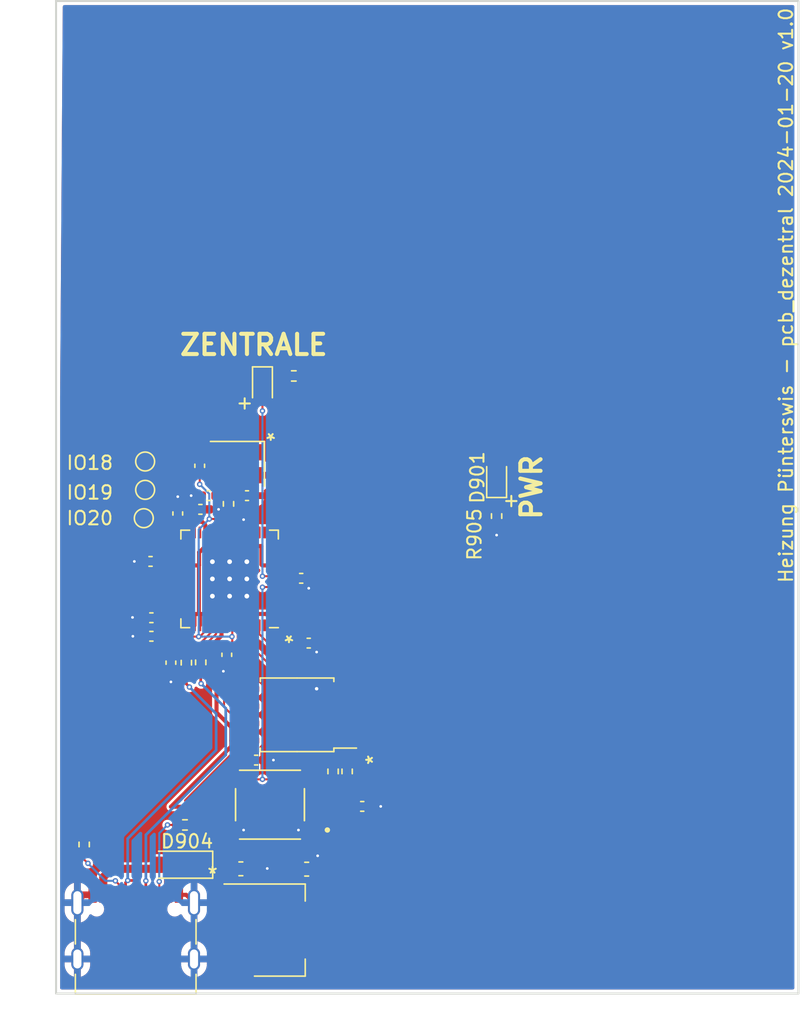
<source format=kicad_pcb>
(kicad_pcb (version 20240108) (generator "pcbnew") (generator_version "8.0")
  (title_block (title "Heizung Pünterswis - pcb_dezentral") (date "2024-01-20") (rev "1.0") (company "www.positron.ch") (comment 1 "Released under MIT Open-source License"))
  (layers (0 "F.Cu" signal) (31 "B.Cu" signal) (34 "B.Paste" user) (35 "F.Paste" user) (36 "B.SilkS" user "B.Silkscreen") (37 "F.SilkS" user "F.Silkscreen") (38 "B.Mask" user) (39 "F.Mask" user) (44 "Edge.Cuts" user))
  (net 0 "")
  (net 1 "+5V")
  (net 2 "+1V1")
  (net 3 "/cpu/XIN")
  (net 4 "/cpu/USB_D+")
  (net 5 "/cpu/USB_D-")
  (net 6 "GND")
  (net 7 "/cpu/QSPI_SS")
  (net 8 "/cpu/XOUT")
  (net 9 "/cpu/QSPI_SD3")
  (net 10 "/cpu/QSPI_SCLK")
  (net 11 "/cpu/QSPI_SD0")
  (net 12 "/cpu/QSPI_SD2")
  (net 13 "/cpu/QSPI_SD1")
  (net 14 "+3V3")
  (net 15 "MODBUS_RO")
  (net 16 "MODBUS_DE")
  (net 17 "MODBUS_DI")
  (net 18 "Net-(C910-Pad1)")
  (net 19 "Net-(D901-K)")
  (net 20 "Net-(J901-CC1)")
  (net 22 "Net-(J901-CC2)")
  (net 24 "Net-(U901-USB-DP)")
  (net 25 "Net-(U901-USB-DM)")
  (net 26 "button")
  (net 27 "Net-(D28-K)")
  (net 30 "Net-(D904-A)")
  (net 31 "rel")
  (net 32 "modbus_addr_0")
  (net 33 "modbus_addr_1")
  (net 34 "modbus_addr_2")
  (net 35 "modbus_addr_3")
  (net 36 "modbus_addr_4")
  (net 37 "modbus_addr_5")
  (net 38 "modbus_addr_6")
  (net 39 "modbus_addr_7")
  (net 40 "ds_0")
  (net 41 "ds_1")
  (net 42 "ds_2")
  (net 43 "ds_3")
  (net 44 "ds_4")
  (net 45 "ds_5")
  (net 46 "ds_6")
  (net 47 "ds_7")
  (net 49 "Net-(U901-GPIO18)")
  (net 52 "Net-(U901-GPIO19)")
  (net 54 "Net-(U901-GPIO20)")
  (net 55 "ZENTRALE_LED")
  (footprint "Resistor_SMD:R_0402_1005Metric_Pad0.72x0.64mm_HandSolder" (layer "F.Cu") (at 106.6387 97.1409 90)
    (property "Reference" "R905")
    (property "Value" "470R")
  )
  (footprint "00_project_library:LED_0603_1608Metric" (layer "F.Cu") (at 106.6388 94.2827 90)
    (property "Reference" "D901")
    (property "Value" "LED GREEN")
  )
  (footprint "Capacitor_SMD:C_0603_1608Metric" (layer "F.Cu") (at 87.6904 123.264)
    (property "Reference" "C901" (hide yes))
    (property "Value" "10u")
  )
  (footprint "Capacitor_SMD:C_0402_1005Metric_Pad0.74x0.62mm_HandSolder" (layer "F.Cu") (at 82.5088 107.9986 -90)
    (property "Reference" "C904" (hide yes))
    (property "Value" "100n")
  )
  (footprint "TestPoint:TestPoint_Pad_D1.0mm" (layer "F.Cu") (at 80.5 97.3)
    (property "Reference" "IO20")
    (property "Value" "TestPoint")
  )
  (footprint "Capacitor_SMD:C_0402_1005Metric_Pad0.74x0.62mm_HandSolder" (layer "F.Cu") (at 96.682 118.6412)
    (property "Reference" "C906" (hide yes))
    (property "Value" "1u")
  )
  (footprint "TestPoint:TestPoint_Pad_D1.0mm" (layer "F.Cu") (at 80.6 95.2)
    (property "Reference" "IO19")
    (property "Value" "TestPoint")
  )
  (footprint "Capacitor_SMD:C_0402_1005Metric_Pad0.74x0.62mm_HandSolder" (layer "F.Cu") (at 81.061 106.0428 180)
    (property "Reference" "C914" (hide yes))
    (property "Value" "100n")
  )
  (footprint "Resistor_SMD:R_0402_1005Metric_Pad0.72x0.64mm_HandSolder" (layer "F.Cu") (at 91.6141 86.7642 180)
    (property "Reference" "R20" (hide yes))
    (property "Value" "470R")
  )
  (footprint "Capacitor_SMD:C_0402_1005Metric_Pad0.74x0.62mm_HandSolder" (layer "F.Cu") (at 84.6424 93.419 90)
    (property "Reference" "C905" (hide yes))
    (property "Value" "1u")
  )
  (footprint "00_project_library:SW_TS-1187A-B-A-B" (layer "F.Cu") (at 89.8494 118.5142 180)
    (property "Reference" "SW901" (hide yes))
    (property "Value" "SW_MEC_5E")
  )
  (footprint "Capacitor_SMD:C_0402_1005Metric_Pad0.74x0.62mm_HandSolder" (layer "F.Cu") (at 84.6932 96.6448)
    (property "Reference" "C908" (hide yes))
    (property "Value" "100n")
  )
  (footprint "00_project_library:SOT-223-3_TabPin2" (layer "F.Cu") (at 90.55 127.8 180)
    (property "Reference" "U902" (hide yes))
    (property "Value" "AMS1117-3.3")
  )
  (footprint "Capacitor_SMD:C_0402_1005Metric_Pad0.74x0.62mm_HandSolder" (layer "F.Cu") (at 86.649 107.4144 -90)
    (property "Reference" "C903" (hide yes))
    (property "Value" "100n")
  )
  (footprint "00_project_library:USB_C_Receptacle_Palconn_UTC16-G" (layer "F.Cu") (at 79.9 127.7)
    (property "Reference" "J901" (hide yes))
    (property "Value" "USB_C_Receptacle_USB2.0")
  )
  (footprint "Resistor_SMD:R_0402_1005Metric_Pad0.72x0.64mm_HandSolder" (layer "F.Cu") (at 76.0826 121.4606 90)
    (property "Reference" "R901" (hide yes))
    (property "Value" "5.1K")
  )
  (footprint "Resistor_SMD:R_0402_1005Metric_Pad0.72x0.64mm_HandSolder" (layer "F.Cu") (at 86.776 96.2384 90)
    (property "Reference" "R908" (hide yes))
    (property "Value" "1k")
  )
  (footprint "Resistor_SMD:R_0402_1005Metric_Pad0.72x0.64mm_HandSolder" (layer "F.Cu") (at 94.523 116.0504 90)
    (property "Reference" "R906" (hide yes))
    (property "Value" "1K")
  )
  (footprint "TestPoint:TestPoint_Pad_D1.0mm" (layer "F.Cu") (at 80.6 93.1)
    (property "Reference" "IO18")
    (property "Value" "TestPoint")
  )
  (footprint "Resistor_SMD:R_0402_1005Metric_Pad0.72x0.64mm_HandSolder" (layer "F.Cu") (at 84.7186 107.9732 90)
    (property "Reference" "R903" (hide yes))
    (property "Value" "27R")
  )
  (footprint "Capacitor_SMD:C_0402_1005Metric_Pad0.74x0.62mm_HandSolder" (layer "F.Cu") (at 81 100.5 180)
    (property "Reference" "C915" (hide yes))
    (property "Value" "100n")
  )
  (footprint "Capacitor_SMD:C_0402_1005Metric_Pad0.74x0.62mm_HandSolder" (layer "F.Cu") (at 83.0168 96.9496 90)
    (property "Reference" "C907" (hide yes))
    (property "Value" "100n")
  )
  (footprint "00_project_library:Crystal_SMD_3225-4Pin_3.2x2.5mm" (layer "F.Cu") (at 87.4364 93.2666 180)
    (property "Reference" "Y901" (hide yes))
    (property "Value" "Crystal_GND24_Small")
  )
  (footprint "Resistor_SMD:R_0402_1005Metric_Pad0.72x0.64mm_HandSolder" (layer "F.Cu") (at 95.5644 116.0504 90)
    (property "Reference" "R907" (hide yes))
    (property "Value" "10K")
  )
  (footprint "Capacitor_SMD:C_0402_1005Metric_Pad0.74x0.62mm_HandSolder" (layer "F.Cu") (at 81.061 104.6712 180)
    (property "Reference" "C913" (hide yes))
    (property "Value" "100n")
  )
  (footprint "Resistor_SMD:R_0402_1005Metric_Pad0.72x0.64mm_HandSolder" (layer "F.Cu") (at 83.6518 107.9986 90)
    (property "Reference" "R904" (hide yes))
    (property "Value" "27R")
  )
  (footprint "Capacitor_SMD:C_0603_1608Metric" (layer "F.Cu") (at 92.5672 123.2894)
    (property "Reference" "C902" (hide yes))
    (property "Value" "10u")
  )
  (footprint "Capacitor_SMD:C_0402_1005Metric" (layer "F.Cu") (at 88.1476 95.6288)
    (property "Reference" "C909" (hide yes))
    (property "Value" "30p")
  )
  (footprint "00_project_library:LED_0603_1608Metric" (layer "F.Cu") (at 89.2906 87.577 -90)
    (property "Reference" "D28" (hide yes))
    (property "Value" "LED WHITE")
  )
  (footprint "Capacitor_SMD:C_0402_1005Metric" (layer "F.Cu") (at 85.3028 95.6288 180)
    (property "Reference" "C910" (hide yes))
    (property "Value" "30p")
  )
  (footprint "Diode_SMD:D_SOD-123" (layer "F.Cu") (at 83.2454 122.9592 180)
    (property "Reference" "D904")
    (property "Value" "B5819W SL")
  )
  (footprint "Capacitor_SMD:C_0402_1005Metric_Pad0.74x0.62mm_HandSolder" (layer "F.Cu") (at 92.1608 101.7502)
    (property "Reference" "C911" (hide yes))
    (property "Value" "100n")
  )
  (footprint "00_project_library:SOIC-8_5.23x5.23mm_P1.27mm" (layer "F.Cu") (at 91.856 111.8594 90)
    (property "Reference" "U903" (hide yes))
    (property "Value" "W25Q128JVS")
  )
  (footprint "Capacitor_SMD:C_0402_1005Metric_Pad0.74x0.62mm_HandSolder" (layer "F.Cu") (at 88.8247 115.2122)
    (property "Reference" "C912" (hide yes))
    (property "Value" "100n")
  )
  (footprint "Capacitor_SMD:C_0402_1005Metric_Pad0.74x0.62mm_HandSolder" (layer "F.Cu") (at 92.7196 106.5508)
    (property "Reference" "C916" (hide yes))
    (property "Value" "100n")
  )
  (footprint "Resistor_SMD:R_0402_1005Metric_Pad0.72x0.64mm_HandSolder" (layer "F.Cu") (at 83.5502 120.0128)
    (property "Reference" "R902" (hide yes))
    (property "Value" "5.1K")
  )
  (footprint "00_project_library:RP2040-QFN-56" (layer "F.Cu") (at 86.8572 101.796 180)
    (property "Reference" "U901" (hide yes))
    (property "Value" "RP2040")
  )
  (gr_rect (start 74 59) (end 129 132.5) (stroke (width 0.15)) (fill none) (layer "Edge.Cuts"))
  (gr_text "PWR" (at 110.0932 97.5592 90) (layer "F.SilkS") (effects (font (size 1.5 1.5) (thickness 0.3) (bold yes)) (justify left bottom)))
  (gr_text "${TITLE} ${ISSUE_DATE} v${REVISION}" (at 128.6606 102.182 90) (layer "F.SilkS") (effects (font (size 1 1)) (justify left bottom)))
  (gr_text "ZENTRALE" (at 83.0168 85.3418 0) (layer "F.SilkS") (effects (font (size 1.5 1.5) (thickness 0.3) (bold yes)) (justify left bottom)))
  (segment (start 87.4 130.1) (end 86.5 130.1) (width 0.6) (layer "F.Cu") (net 1))
  (segment (start 85.506 123.6958) (end 85.9378 123.264) (width 0.6) (layer "F.Cu") (net 1))
  (segment (start 85.9378 123.264) (end 85.2002 123.264) (width 0.6) (layer "F.Cu") (net 1))
  (segment (start 85.506 129.106) (end 85.506 123.6958) (width 0.6) (layer "F.Cu") (net 1))
  (segment (start 85.9378 123.264) (end 86.9154 123.264) (width 0.6) (layer "F.Cu") (net 1))
  (segment (start 86.5 130.1) (end 85.506 129.106) (width 0.6) (layer "F.Cu") (net 1))
  (segment (start 85.2002 123.264) (end 84.8954 122.9592) (width 0.6) (layer "F.Cu") (net 1))
  (segment (start 83.1184 106.0682) (end 84.5662 106.0682) (width 0.15) (layer "F.Cu") (net 2))
  (segment (start 85.0572 105.660522) (end 85.0572 105.2335) (width 0.15) (layer "F.Cu") (net 2))
  (segment (start 87.0572 105.2335) (end 87.0572 106.041) (width 0.15) (layer "F.Cu") (net 2))
  (segment (start 84.6424 93.9865) (end 84.6424 94.7906) (width 0.15) (layer "F.Cu") (net 2))
  (segment (start 82.5088 107.4311) (end 82.5088 106.6778) (width 0.15) (layer "F.Cu") (net 2))
  (segment (start 86.2572 97.904) (end 86.2572 98.3585) (width 0.15) (layer "F.Cu") (net 2))
  (segment (start 84.624122 106.0936) (end 85.0572 105.660522) (width 0.15) (layer "F.Cu") (net 2))
  (segment (start 84.5916 106.0936) (end 84.5662 106.0682) (width 0.15) (layer "F.Cu") (net 2))
  (segment (start 84.624122 106.0936) (end 84.5916 106.0936) (width 0.15) (layer "F.Cu") (net 2))
  (segment (start 87.03 106.0682) (end 87.0572 106.0954) (width 0.15) (layer "F.Cu") (net 2))
  (segment (start 87.0572 106.0954) (end 87.0572 106.4387) (width 0.15) (layer "F.Cu") (net 2))
  (segment (start 85.7092 97.356) (end 86.2572 97.904) (width 0.15) (layer "F.Cu") (net 2))
  (segment (start 87.0572 106.4387) (end 86.649 106.8469) (width 0.15) (layer "F.Cu") (net 2))
  (segment (start 85.3536 97.356) (end 85.7092 97.356) (width 0.15) (layer "F.Cu") (net 2))
  (segment (start 82.5088 106.6778) (end 83.1184 106.0682) (width 0.15) (layer "F.Cu") (net 2))
  (segment (start 87.0572 106.041) (end 87.03 106.0682) (width 0.15) (layer "F.Cu") (net 2))
  (via (at 87.03 106.0682) (size 0.4) (drill 0.2) (layers "F.Cu" "B.Cu") (net 2))
  (via (at 85.3536 97.356) (size 0.4) (drill 0.2) (layers "F.Cu" "B.Cu") (net 2))
  (via (at 84.5662 106.0682) (size 0.4) (drill 0.2) (layers "F.Cu" "B.Cu") (net 2))
  (via (at 84.6424 94.7906) (size 0.4) (drill 0.2) (layers "F.Cu" "B.Cu") (net 2))
  (segment (start 85.3536 97.356) (end 84.5662 98.1434) (width 0.15) (layer "B.Cu") (net 2))
  (segment (start 84.5662 106.0682) (end 87.03 106.0682) (width 0.15) (layer "B.Cu") (net 2))
  (segment (start 85.3536 95.5018) (end 85.3536 97.356) (width 0.15) (layer "B.Cu") (net 2))
  (segment (start 84.6424 94.7906) (end 85.3536 95.5018) (width 0.15) (layer "B.Cu") (net 2))
  (segment (start 84.5662 98.1434) (end 84.5662 106.0682) (width 0.15) (layer "B.Cu") (net 2))
  (segment (start 88.3118 92.4166) (end 87.4364 93.292) (width 0.15) (layer "F.Cu") (net 3))
  (segment (start 87.4364 93.292) (end 87.4364 98.3377) (width 0.15) (layer "F.Cu") (net 3))
  (segment (start 79.8164 126.3628) (end 80.4768 126.3628) (width 0.2) (layer "F.Cu") (net 4))
  (segment (start 80.65 126.1896) (end 80.65 125.19) (width 0.2) (layer "F.Cu") (net 4))
  (segment (start 84.7186 108.5707) (end 84.7186 109.5226) (width 0.2) (layer "F.Cu") (net 4))
  (segment (start 80.65 125.19) (end 80.65 124.1576) (width 0.2) (layer "F.Cu") (net 4))
  (segment (start 79.65 125.19) (end 79.65 126.1964) (width 0.2) (layer "F.Cu") (net 4))
  (segment (start 84.7186 109.5226) (end 84.744 109.548) (width 0.2) (layer "F.Cu") (net 4))
  (segment (start 80.4768 126.3628) (end 80.65 126.1896) (width 0.2) (layer "F.Cu") (net 4))
  (segment (start 79.65 126.1964) (end 79.8164 126.3628) (width 0.2) (layer "F.Cu") (net 4))
  (segment (start 80.65 124.1576) (end 80.6546 124.153) (width 0.2) (layer "F.Cu") (net 4))
  (via (at 80.6546 124.153) (size 0.4) (drill 0.2) (layers "F.Cu" "B.Cu") (net 4))
  (via (at 84.744 109.548) (size 0.4) (drill 0.2) (layers "F.Cu" "B.Cu") (net 4))
  (segment (start 86.5728 111.3768) (end 86.5728 114.8312) (width 0.2) (layer "B.Cu") (net 4))
  (segment (start 86.5728 114.8312) (end 80.6546 120.7494) (width 0.2) (layer "B.Cu") (net 4))
  (segment (start 80.6546 120.7494) (end 80.6546 124.153) (width 0.2) (layer "B.Cu") (net 4))
  (segment (start 84.744 109.548) (end 86.5728 111.3768) (width 0.2) (layer "B.Cu") (net 4))
  (segment (start 79.3084 124.1276) (end 79.9688 124.1276) (width 0.2) (layer "F.Cu") (net 5))
  (segment (start 83.6518 109.5734) (end 83.8804 109.802) (width 0.2) (layer "F.Cu") (net 5))
  (segment (start 79.15 124.286) (end 79.3084 124.1276) (width 0.2) (layer "F.Cu") (net 5))
  (segment (start 79.15 125.19) (end 79.15 124.286) (width 0.2) (layer "F.Cu") (net 5))
  (segment (start 79.9688 124.1276) (end 80.15 124.3088) (width 0.2) (layer "F.Cu") (net 5))
  (segment (start 80.15 124.3088) (end 80.15 125.19) (width 0.2) (layer "F.Cu") (net 5))
  (segment (start 83.6518 108.5961) (end 83.6518 109.5734) (width 0.2) (layer "F.Cu") (net 5))
  (via (at 83.8804 109.802) (size 0.4) (drill 0.2) (layers "F.Cu" "B.Cu") (net 5))
  (via (at 79.3084 124.1276) (size 0.4) (drill 0.2) (layers "F.Cu" "B.Cu") (net 5))
  (segment (start 79.3084 121.0288) (end 79.3084 124.1276) (width 0.2) (layer "B.Cu") (net 5))
  (segment (start 85.8616 114.4756) (end 79.3084 121.0288) (width 0.2) (layer "B.Cu") (net 5))
  (segment (start 83.8804 109.802) (end 85.8616 111.7832) (width 0.2) (layer "B.Cu") (net 5))
  (segment (start 85.8616 111.7832) (end 85.8616 114.4756) (width 0.2) (layer "B.Cu") (net 5))
  (segment (start 84.22 127.836) (end 75.58 127.836) (width 0.3) (layer "F.Cu") (net 6))
  (segment (start 83.1 125.19) (end 83.64 125.19) (width 0.3) (layer "F.Cu") (net 6))
  (segment (start 84.1477 120.0128) (end 86.473 120.0128) (width 0.3) (layer "F.Cu") (net 6))
  (segment (start 83.0168 96.3821) (end 83.0168 95.705) (width 0.3) (layer "F.Cu") (net 6))
  (segment (start 87.8572 97.4432) (end 87.8936 97.4068) (width 0.3) (layer "F.Cu") (net 6))
  (segment (start 93.3422 122.3366) (end 93.3422 123.2894) (width 0.3) (layer "F.Cu") (net 6))
  (segment (start 95.456 109.9544) (end 93.3292 109.9544) (width 0.3) (layer "F.Cu") (net 6))
  (segment (start 92.7283 102.4781) (end 92.7196 102.4868) (width 0.3) (layer "F.Cu") (net 6))
  (segment (start 75.58 129.94) (end 84.22 129.94) (width 0.3) (layer "F.Cu") (net 6))
  (segment (start 84.8228 95.6288) (end 84.0074 95.6288) (width 0.3) (layer "F.Cu") (net 6))
  (segment (start 79.6894 104.6712) (end 79.664 104.6458) (width 0.3) (layer "F.Cu") (net 6))
  (segment (start 93.38 122.2988) (end 93.3422 122.3366) (width 0.3) (layer "F.Cu") (net 6))
  (segment (start 87.889 120.3892) (end 87.8936 120.3938) (width 0.3) (layer "F.Cu") (net 6))
  (segment (start 76.16 125.19) (end 75.58 125.77) (width 0.3) (layer "F.Cu") (net 6))
  (segment (start 75.58 129.94) (end 75.58 127.6128) (width 0.3) (layer "F.Cu") (net 6))
  (segment (start 76.7 125.19) (end 76.16 125.19) (width 0.3) (layer "F.Cu") (net 6))
  (segment (start 92.7283 101.7502) (end 92.7283 102.4781) (width 0.3) (layer "F.Cu") (net 6))
  (segment (start 80.4935 104.6712) (end 79.6894 104.6712) (width 0.3) (layer "F.Cu") (net 6))
  (segment (start 82.5088 108.5661) (end 82.5088 109.421) (width 0.3) (layer "F.Cu") (net 6))
  (segment (start 86.649 108.3796) (end 86.395 108.6336) (width 0.3) (layer "F.Cu") (net 6))
  (segment (start 86.8494 120.3892) (end 87.889 120.3892) (width 0.3) (layer "F.Cu") (net 6))
  (segment (start 85.2607 96.6448) (end 86.0394 96.6448) (width 0.3) (layer "F.Cu") (net 6))
  (segment (start 92.8494 120.3892) (end 91.9622 120.3892) (width 0.3) (layer "F.Cu") (net 6))
  (segment (start 84.22 125.77) (end 84.22 127.836) (width 0.3) (layer "F.Cu") (net 6))
  (segment (start 80.4325 100.5) (end 79.8 100.5) (width 0.3) (layer "F.Cu") (net 6))
  (segment (start 86.649 107.9819) (end 86.649 108.3796) (width 0.3) (layer "F.Cu") (net 6))
  (segment (start 83.64 125.19) (end 84.22 125.77) (width 0.3) (layer "F.Cu") (net 6))
  (segment (start 106.6387 97.7384) (end 106.6387 98.5512) (width 0.3) (layer "F.Cu") (net 6))
  (segment (start 89.6462 123.2386) (end 88.4908 123.2386) (width 0.3) (layer "F.Cu") (net 6))
  (segment (start 84.22 129.94) (end 84.22 125.77) (width 0.3) (layer "F.Cu") (net 6))
  (segment (start 97.2495 118.6412) (end 98.0536 118.6412) (width 0.3) (layer "F.Cu") (net 6))
  (segment (start 93.3038 107.2112) (end 93.3038 106.5675) (width 0.3) (layer "F.Cu") (net 6))
  (segment (start 86.473 120.0128) (end 86.8494 120.3892) (width 0.3) (layer "F.Cu") (net 6))
  (segment (start 91.9622 120.3892) (end 91.9576 120.3938) (width 0.3) (layer "F.Cu") (net 6))
  (segment (start 87.8572 98.3585) (end 87.8572 97.4432) (width 0.3) (layer "F.Cu") (net 6))
  (segment (start 80.4935 106.0428) (end 79.6894 106.0428) (width 0.3) (layer "F.Cu") (net 6))
  (segment (start 93.3292 109.9544) (end 93.3038 109.929) (width 0.3) (layer "F.Cu") (net 6))
  (segment (start 89.3922 115.2122) (end 90.1034 115.2122) (width 0.3) (layer "F.Cu") (net 6))
  (segment (start 75.58 127.836) (end 75.58 127.6128) (width 0.3) (layer "F.Cu") (net 6))
  (segment (start 75.58 127.6128) (end 75.58 125.77) (width 0.3) (layer "F.Cu") (net 6))
  (via (at 87.8936 120.3938) (size 0.4) (drill 0.2) (layers "F.Cu" "B.Cu") (net 6))
  (via (at 79.6894 106.0428) (size 0.4) (drill 0.2) (layers "F.Cu" "B.Cu") (net 6))
  (via (at 79.664 104.6458) (size 0.4) (drill 0.2) (layers "F.Cu" "B.Cu") (net 6))
  (via (at 93.3038 109.929) (size 0.508) (drill 0.254) (layers "F.Cu" "B.Cu") (net 6))
  (via (at 84.0074 95.6288) (size 0.4) (drill 0.2) (layers "F.Cu" "B.Cu") (net 6))
  (via (at 91.9576 120.3938) (size 0.4) (drill 0.2) (layers "F.Cu" "B.Cu") (net 6))
  (via (at 83.0168 95.705) (size 0.4) (drill 0.2) (layers "F.Cu" "B.Cu") (net 6))
  (via (at 106.6387 98.5512) (size 0.4) (drill 0.2) (layers "F.Cu" "B.Cu") (net 6))
  (via (at 82.5088 109.421) (size 0.4) (drill 0.2) (layers "F.Cu" "B.Cu") (net 6))
  (via (at 87.8936 97.4068) (size 0.4) (drill 0.2) (layers "F.Cu" "B.Cu") (net 6))
  (via (at 79.8 100.5) (size 0.4) (drill 0.2) (layers "F.Cu" "B.Cu") (net 6))
  (via (at 86.0394 96.6448) (size 0.4) (drill 0.2) (layers "F.Cu" "B.Cu") (net 6))
  (via (at 93.38 122.2988) (size 0.4) (drill 0.2) (layers "F.Cu" "B.Cu") (net 6))
  (via (at 90.1034 115.2122) (size 0.4) (drill 0.2) (layers "F.Cu" "B.Cu") (net 6))
  (via (at 86.395 108.6336) (size 0.4) (drill 0.2) (layers "F.Cu" "B.Cu") (net 6))
  (via (at 89.6462 123.2386) (size 0.4) (drill 0.2) (layers "F.Cu" "B.Cu") (net 6))
  (via (at 93.3038 107.2112) (size 0.4) (drill 0.2) (layers "F.Cu" "B.Cu") (net 6))
  (via (at 92.7196 102.4868) (size 0.4) (drill 0.2) (layers "F.Cu" "B.Cu") (net 6))
  (via (at 98.0536 118.6412) (size 0.4) (drill 0.2) (layers "F.Cu" "B.Cu") (net 6))
  (segment (start 92.0084 107.9224) (end 89.4572 105.3712) (width 0.15) (layer "F.Cu") (net 7))
  (segment (start 97.8758 112.4436) (end 97.8758 109.5226) (width 0.15) (layer "F.Cu") (net 7))
  (segment (start 97.8758 109.5226) (end 96.2756 107.9224) (width 0.15) (layer "F.Cu") (net 7))
  (segment (start 96.555 113.7644) (end 97.8758 112.4436) (width 0.15) (layer "F.Cu") (net 7))
  (segment (start 94.523 115.4529) (end 95.5644 115.4529) (width 0.15) (layer "F.Cu") (net 7))
  (segment (start 95.5644 115.4529) (end 95.5644 113.8728) (width 0.15) (layer "F.Cu") (net 7))
  (segment (start 95.456 113.7644) (end 96.555 113.7644) (width 0.15) (layer "F.Cu") (net 7))
  (segment (start 96.2756 107.9224) (end 92.0084 107.9224) (width 0.15) (layer "F.Cu") (net 7))
  (segment (start 87.0572 97.1171) (end 86.776 96.8359) (width 0.15) (layer "F.Cu") (net 8))
  (segment (start 87.0572 98.3585) (end 87.0572 97.1171) (width 0.15) (layer "F.Cu") (net 8))
  (segment (start 87.4572 105.2335) (end 87.4572 108.2318) (width 0.15) (layer "F.Cu") (net 9))
  (segment (start 87.4572 108.2318) (end 86.4458 109.2432) (width 0.15) (layer "F.Cu") (net 9))
  (segment (start 86.4458 109.2432) (end 86.4458 111.2752) (width 0.15) (layer "F.Cu") (net 9))
  (segment (start 86.4458 111.2752) (end 87.665 112.4944) (width 0.15) (layer "F.Cu") (net 9))
  (segment (start 87.03 109.3956) (end 87.03 110.7164) (width 0.15) (layer "F.Cu") (net 10))
  (segment (start 87.03 110.7164) (end 87.538 111.2244) (width 0.15) (layer "F.Cu") (net 10))
  (segment (start 87.8572 108.5684) (end 87.03 109.3956) (width 0.15) (layer "F.Cu") (net 10))
  (segment (start 87.8572 105.2335) (end 87.8572 108.5684) (width 0.15) (layer "F.Cu") (net 10))
  (segment (start 88.2492 107.3382) (end 88.2572 107.3302) (width 0.15) (layer "F.Cu") (net 11))
  (segment (start 88.2572 107.3302) (end 88.2572 105.2335) (width 0.15) (layer "F.Cu") (net 11))
  (segment (start 88.256 109.9544) (end 88.256 107.345) (width 0.15) (layer "F.Cu") (net 11))
  (segment (start 88.256 107.345) (end 88.2492 107.3382) (width 0.15) (layer "F.Cu") (net 11))
  (segment (start 88.6572 105.2335) (end 88.6572 106.9842) (width 0.15) (layer "F.Cu") (net 12))
  (segment (start 92.8974 111.2244) (end 95.456 111.2244) (width 0.15) (layer "F.Cu") (net 12))
  (segment (start 88.6572 106.9842) (end 92.8974 111.2244) (width 0.15) (layer "F.Cu") (net 12))
  (segment (start 97.063 109.675) (end 97.063 111.8086) (width 0.15) (layer "F.Cu") (net 13))
  (segment (start 89.0572 105.2335) (end 89.0572 105.8856) (width 0.15) (layer "F.Cu") (net 13))
  (segment (start 97.063 111.8086) (end 96.3772 112.4944) (width 0.15) (layer "F.Cu") (net 13))
  (segment (start 96.3772 112.4944) (end 95.456 112.4944) (width 0.15) (layer "F.Cu") (net 13))
  (segment (start 91.7798 108.6082) (end 95.9962 108.6082) (width 0.15) (layer "F.Cu") (net 13))
  (segment (start 95.9962 108.6082) (end 97.063 109.675) (width 0.15) (layer "F.Cu") (net 13))
  (segment (start 89.0572 105.8856) (end 91.7798 108.6082) (width 0.15) (layer "F.Cu") (net 13))
  (segment (start 83.4197 100.796) (end 84.5806 100.796) (width 0.3) (layer "F.Cu") (net 14))
  (segment (start 86.2572 105.2335) (end 86.268 105.2227) (width 0.3) (layer "F.Cu") (net 14))
  (segment (start 86.6908 99.3626) (end 85.0742 99.3626) (width 0.3) (layer "F.Cu") (net 14))
  (segment (start 85.0742 99.3626) (end 85.0572 99.3796) (width 0.3) (layer "F.Cu") (net 14))
  (segment (start 89.5446 104.3918) (end 84.6466 104.3918) (width 0.3) (layer "F.Cu") (net 14))
  (segment (start 84.5806 100.796) (end 84.5916 100.785) (width 0.3) (layer "F.Cu") (net 14))
  (segment (start 85.0572 99.3796) (end 85.0572 98.3585) (width 0.3) (layer "F.Cu") (net 14))
  (segment (start 86.97925 112.77385) (end 86.97925 113.7644) (width 0.3) (layer "F.Cu") (net 14))
  (segment (start 90.2735 104.4172) (end 89.57 104.4172) (width 0.3) (layer "F.Cu") (net 14))
  (segment (start 84.2572 105.2335) (end 84.2572 104.4002) (width 0.3) (layer "F.Cu") (net 14))
  (segment (start 83.4197 104.396) (end 81.9037 104.396) (width 0.3) (layer "F.Cu") (net 14))
  (segment (start 90.2947 104.396) (end 92.1521 106.2534) (width 0.3) (layer "F.Cu") (net 14))
  (segment (start 84.2572 105.2335) (end 83.0133 105.2335) (width 0.3) (layer "F.Cu") (net 14))
  (segment (start 84.5806 104.3342) (end 84.6424 104.396) (width 0.3) (layer "F.Cu") (net 14))
  (segment (start 95.539 118.6666) (end 95.5644 118.6412) (width 0.3) (layer "F.Cu") (net 14))
  (segment (start 86.6572 105.2335) (end 86.2572 105.2335) (width 0.3) (layer "F.Cu") (net 14))
  (segment (start 91.7922 123.2894) (end 91.7922 127.8) (width 0.3) (layer "F.Cu") (net 14))
  (segment (start 89.2144 99.3626) (end 86.6908 99.3626) (width 0.3) (layer "F.Cu") (net 14))
  (segment (start 86.2572 105.2335) (end 86.2572 106.0028) (width 0.3) (layer "F.Cu") (net 14))
  (segment (start 91.4098 100.796) (end 91.5933 100.9795) (width 0.3) (layer "F.Cu") (net 14))
  (segment (start 84.5916 100.785) (end 84.5916 99.8198) (width 0.3) (layer "F.Cu") (net 14))
  (segment (start 81.8635 100.796) (end 81.5675 100.5) (width 0.3) (layer "F.Cu") (net 14))
  (segment (start 82.5089 118.6666) (end 91.7544 118.6666) (width 0.3) (layer "F.Cu") (net 14))
  (segment (start 82.204 106.0428) (end 81.6285 106.0428) (width 0.3) (layer "F.Cu") (net 14))
  (segment (start 88.256 113.7644) (end 88.256 115.211) (width 0.3) (layer "F.Cu") (net 14))
  (segment (start 86.97925 113.7644) (end 86.97925 114.19625) (width 0.3) (layer "F.Cu") (net 14))
  (segment (start 90.2947 100.796) (end 89.2762 100.796) (width 0.3) (layer "F.Cu") (net 14))
  (segment (start 89.2762 100.796) (end 89.2144 100.7342) (width 0.3) (layer "F.Cu") (net 14))
  (segment (start 85.0572 98.3585) (end 85.0572 97.7962) (width 0.3) (layer "F.Cu") (net 14))
  (segment (start 91.7798 123.2894) (end 90.6622 122.1718) (width 0.3) (layer "F.Cu") (net 14))
  (segment (start 88.256 113.7644) (end 86.97925 113.7644) (width 0.3) (layer "F.Cu") (net 14))
  (segment (start 82.5089 118.6666) (end 86.97925 114.19625) (width 0.3) (layer "F.Cu") (net 14))
  (segment (start 90.6622 122.1718) (end 90.6622 118.6666) (width 0.3) (layer "F.Cu") (net 14))
  (segment (start 84.5806 100.796) (end 84.5806 104.3342) (width 0.3) (layer "F.Cu") (net 14))
  (segment (start 83.4197 100.796) (end 81.8635 100.796) (width 0.3) (layer "F.Cu") (net 14))
  (segment (start 84.1257 96.6448) (end 84.1257 97.5505) (width 0.3) (layer "F.Cu") (net 14))
  (segment (start 90.2947 100.796) (end 91.4098 100.796) (width 0.3) (layer "F.Cu") (net 14))
  (segment (start 85.887 111.6816) (end 86.97925 112.77385) (width 0.3) (layer "F.Cu") (net 14))
  (segment (start 81.9037 104.396) (end 81.6285 104.6712) (width 0.3) (layer "F.Cu") (net 14))
  (segment (start 95.5644 118.6412) (end 95.5644 116.6479) (width 0.3) (layer "F.Cu") (net 14))
  (segment (start 85.887 106.373) (end 85.887 111.6816) (width 0.3) (layer "F.Cu") (net 14))
  (segment (start 91.7922 127.8) (end 93.7 127.8) (width 0.3) (layer "F.Cu") (net 14))
  (segment (start 91.5933 100.9795) (end 91.5933 101.7502) (width 0.3) (layer "F.Cu") (net 14))
  (segment (start 83.0133 105.2335) (end 82.204 106.0428) (width 0.3) (layer "F.Cu") (net 14))
  (segment (start 84.617 99.8198) (end 85.0572 99.3796) (width 0.3) (layer "F.Cu") (net 14))
  (segment (start 86.268 105.2227) (end 86.268 104.3918) (width 0.3) (layer "F.Cu") (net 14))
  (segment (start 94.8024 118.6666) (end 96.0891 118.6666) (width 0.3) (layer "F.Cu") (net 14))
  (segment (start 83.4197 104.396) (end 84.2614 104.396) (width 0.3) (layer "F.Cu") (net 14))
  (segment (start 92.1521 106.2534) (end 92.1521 106.5508) (width 0.3) (layer "F.Cu") (net 14))
  (segment (start 84.2572 104.4002) (end 84.2614 104.396) (width 0.3) (layer "F.Cu") (net 14))
  (segment (start 84.8202 97.5592) (end 84.1344 97.5592) (width 0.3) (layer "F.Cu") (net 14))
  (segment (start 89.57 104.4172) (end 89.5446 104.3918) (width 0.3) (layer "F.Cu") (net 14))
  (segment (start 87.4 127.8) (end 91.7922 127.8) (width 0.3) (layer "F.Cu") (net 14))
  (segment (start 84.5916 99.8198) (end 84.617 99.8198) (width 0.3) (layer "F.Cu") (net 14))
  (segment (start 84.6572 105.2335) (end 84.6572 104.4108) (width 0.3) (layer "F.Cu") (net 14))
  (segment (start 84.2614 104.396) (end 84.6424 104.396) (width 0.3) (layer "F.Cu") (net 14))
  (segment (start 84.6466 104.3918) (end 84.6424 104.396) (width 0.3) (layer "F.Cu") (net 14))
  (segment (start 84.6572 104.4108) (end 84.6424 104.396) (width 0.3) (layer "F.Cu") (net 14))
  (segment (start 94.8024 118.6666) (end 95.539 118.6666) (width 0.3) (layer "F.Cu") (net 14))
  (segment (start 85.0572 97.7962) (end 84.8202 97.5592) (width 0.3) (layer "F.Cu") (net 14))
  (segment (start 90.6622 118.6666) (end 91.7544 118.6666) (width 0.3) (layer "F.Cu") (net 14))
  (segment (start 84.1257 97.5505) (end 84.1344 97.5592) (width 0.3) (layer "F.Cu") (net 14))
  (segment (start 86.6572 98.3585) (end 86.6572 99.329) (width 0.3) (layer "F.Cu") (net 14))
  (segment (start 84.1344 97.5592) (end 83.0589 97.5592) (width 0.3) (layer "F.Cu") (net 14))
  (segment (start 91.7544 118.6666) (end 94.8024 118.6666) (width 0.3) (layer "F.Cu") (net 14))
  (segment (start 86.2572 106.0028) (end 85.887 106.373) (width 0.3) (layer "F.Cu") (net 14))
  (segment (start 89.2144 100.7342) (end 89.2144 99.3626) (width 0.3) (layer "F.Cu") (net 14))
  (segment (start 86.776 94.5562) (end 86.776 95.6409) (width 0.15) (layer "F.Cu") (net 18))
  (segment (start 85.7828 95.6288) (end 86.7639 95.6288) (width 0.15) (layer "F.Cu") (net 18))
  (segment (start 106.6388 95.1222) (end 106.6388 96.5433) (width 0.15) (layer "F.Cu") (net 19))
  (segment (start 76.0826 122.5782) (end 76.362 122.8576) (width 0.15) (layer "F.Cu") (net 20))
  (segment (start 78.65 125.19) (end 78.65 124.409) (width 0.15) (layer "F.Cu") (net 20))
  (segment (start 76.0826 122.0581) (end 76.0826 122.5782) (width 0.15) (layer "F.Cu") (net 20))
  (segment (start 78.65 124.409) (end 78.394 124.153) (width 0.15) (layer "F.Cu") (net 20))
  (via (at 76.362 122.8576) (size 0.4) (drill 0.2) (layers "F.Cu" "B.Cu") (net 20))
  (via (at 78.394 124.153) (size 0.4) (drill 0.2) (layers "F.Cu" "B.Cu") (net 20))
  (segment (start 77.6574 124.153) (end 78.394 124.153) (width 0.15) (layer "B.Cu") (net 20))
  (segment (start 76.362 122.8576) (end 77.6574 124.153) (width 0.15) (layer "B.Cu") (net 20))
  (segment (start 81.6452 124.2038) (end 81.65 124.2086) (width 0.15) (layer "F.Cu") (net 22))
  (segment (start 82.9527 120.0128) (end 82.2548 120.0128) (width 0.15) (layer "F.Cu") (net 22))
  (segment (start 81.65 124.2086) (end 81.65 125.19) (width 0.15) (layer "F.Cu") (net 22))
  (via (at 81.6452 124.2038) (size 0.4) (drill 0.2) (layers "F.Cu" "B.Cu") (net 22))
  (via (at 82.2548 120.0128) (size 0.4) (drill 0.2) (layers "F.Cu" "B.Cu") (net 22))
  (segment (start 81.6452 120.6224) (end 81.6452 124.2038) (width 0.15) (layer "B.Cu") (net 22))
  (segment (start 82.2548 120.0128) (end 81.6452 120.6224) (width 0.15) (layer "B.Cu") (net 22))
  (segment (start 85.8572 105.2335) (end 85.8572 105.8694) (width 0.15) (layer "F.Cu") (net 24))
  (segment (start 84.7186 107.008) (end 84.7186 107.3757) (width 0.15) (layer "F.Cu") (net 24))
  (segment (start 85.8572 105.8694) (end 84.7186 107.008) (width 0.15) (layer "F.Cu") (net 24))
  (segment (start 83.6518 107.4011) (end 83.6518 107.008) (width 0.15) (layer "F.Cu") (net 25))
  (segment (start 85.4572 105.2335) (end 85.4572 105.7868) (width 0.15) (layer "F.Cu") (net 25))
  (segment (start 84.7186 106.5254) (end 84.1344 106.5254) (width 0.15) (layer "F.Cu") (net 25))
  (segment (start 85.4572 105.7868) (end 84.7186 106.5254) (width 0.15) (layer "F.Cu") (net 25))
  (segment (start 83.6518 107.008) (end 84.1344 106.5254) (width 0.15) (layer "F.Cu") (net 25))
  (segment (start 86.8494 116.6392) (end 92.8494 116.6392) (width 0.15) (layer "F.Cu") (net 26))
  (segment (start 90.2947 102.396) (end 89.3052 102.396) (width 0.15) (layer "F.Cu") (net 26))
  (segment (start 92.8494 116.6392) (end 94.5143 116.6392) (width 0.15) (layer "F.Cu") (net 26))
  (segment (start 89.3052 102.396) (end 89.2906 102.4106) (width 0.15) (layer "F.Cu") (net 26))
  (via (at 89.2906 116.6346) (size 0.4) (drill 0.2) (layers "F.Cu" "B.Cu") (net 26))
  (via (at 89.2906 102.4106) (size 0.4) (drill 0.2) (layers "F.Cu" "B.Cu") (net 26))
  (segment (start 89.2906 102.4106) (end 89.2906 116.6346) (width 0.15) (layer "B.Cu") (net 26))
  (segment (start 91.0166 86.7642) (end 89.3159 86.7642) (width 0.15) (layer "F.Cu") (net 27))
  (segment (start 77.5 123.8786) (end 77.5 125.19) (width 0.6) (layer "F.Cu") (net 30))
  (segment (start 82.3 123.264) (end 82.3 125.19) (width 0.6) (layer "F.Cu") (net 30))
  (segment (start 78.1146 123.264) (end 82.3 123.264) (width 0.6) (layer "F.Cu") (net 30))
  (segment (start 78.1146 123.264) (end 77.5 123.8786) (width 0.6) (layer "F.Cu") (net 30))
  (segment (start 82.4 98.2) (end 82.4 94.9) (width 0.15) (layer "F.Cu") (net 49))
  (segment (start 80.6 93.1) (end 82.4 94.9) (width 0.15) (layer "F.Cu") (net 49))
  (segment (start 83.396 99.196) (end 82.4 98.2) (width 0.15) (layer "F.Cu") (net 49))
  (segment (start 82.7 99.4) (end 82.7 99.05) (width 0.15) (layer "F.Cu") (net 52))
  (segment (start 83.4197 99.596) (end 82.896 99.596) (width 0.15) (layer "F.Cu") (net 52))
  (segment (start 82.05 96.65) (end 80.6 95.2) (width 0.15) (layer "F.Cu") (net 52))
  (segment (start 82.896 99.596) (end 82.7 99.4) (width 0.15) (layer "F.Cu") (net 52))
  (segment (start 82.7 99.05) (end 82.05 98.4) (width 0.15) (layer "F.Cu") (net 52))
  (segment (start 82.05 98.4) (end 82.05 96.65) (width 0.15) (layer "F.Cu") (net 52))
  (segment (start 82.2 99) (end 80.5 97.3) (width 0.15) (layer "F.Cu") (net 54))
  (segment (start 82.796 99.996) (end 82.2 99.4) (width 0.15) (layer "F.Cu") (net 54))
  (segment (start 82.2 99.4) (end 82.2 99) (width 0.15) (layer "F.Cu") (net 54))
  (segment (start 83.4197 99.996) (end 82.796 99.996) (width 0.15) (layer "F.Cu") (net 54))
  (segment (start 89.2924 101.596) (end 89.2906 101.5978) (width 0.15) (layer "F.Cu") (net 55))
  (segment (start 89.2906 88.3645) (end 89.2906 89.355) (width 0.15) (layer "F.Cu") (net 55))
  (segment (start 90.2947 101.596) (end 89.2924 101.596) (width 0.15) (layer "F.Cu") (net 55))
  (via (at 89.2906 101.5978) (size 0.4) (drill 0.2) (layers "F.Cu" "B.Cu") (net 55))
  (via (at 89.2906 89.355) (size 0.4) (drill 0.2) (layers "F.Cu" "B.Cu") (net 55))
  (segment (start 89.2906 89.355) (end 89.2906 101.5978) (width 0.15) (layer "B.Cu") (net 55))
  (zone (net 6) (net_name "GND") (layers "F&B.Cu") (name "GND") (connect_pads (clearance 0.18)) (min_thickness 0.25) (fill yes (thermal_gap 0.5) (thermal_bridge_width 0.5))
    (polygon (pts (xy 74.5 59) (xy 129.5 59) (xy 129 132.5) (xy 74 132.5)))
  )
)
</source>
